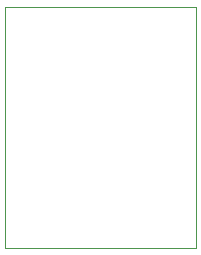
<source format=gm1>
G04 #@! TF.GenerationSoftware,KiCad,Pcbnew,(6.0.0)*
G04 #@! TF.CreationDate,2022-03-05T18:05:18-06:00*
G04 #@! TF.ProjectId,Clearpath MotorDriver Mosfet,436c6561-7270-4617-9468-204d6f746f72,rev?*
G04 #@! TF.SameCoordinates,Original*
G04 #@! TF.FileFunction,Profile,NP*
%FSLAX46Y46*%
G04 Gerber Fmt 4.6, Leading zero omitted, Abs format (unit mm)*
G04 Created by KiCad (PCBNEW (6.0.0)) date 2022-03-05 18:05:18*
%MOMM*%
%LPD*%
G01*
G04 APERTURE LIST*
G04 #@! TA.AperFunction,Profile*
%ADD10C,0.100000*%
G04 #@! TD*
G04 APERTURE END LIST*
D10*
X90297000Y-87630000D02*
X106426000Y-87630000D01*
X106426000Y-87630000D02*
X106426000Y-108077000D01*
X106426000Y-108077000D02*
X90297000Y-108077000D01*
X90297000Y-108077000D02*
X90297000Y-87630000D01*
M02*

</source>
